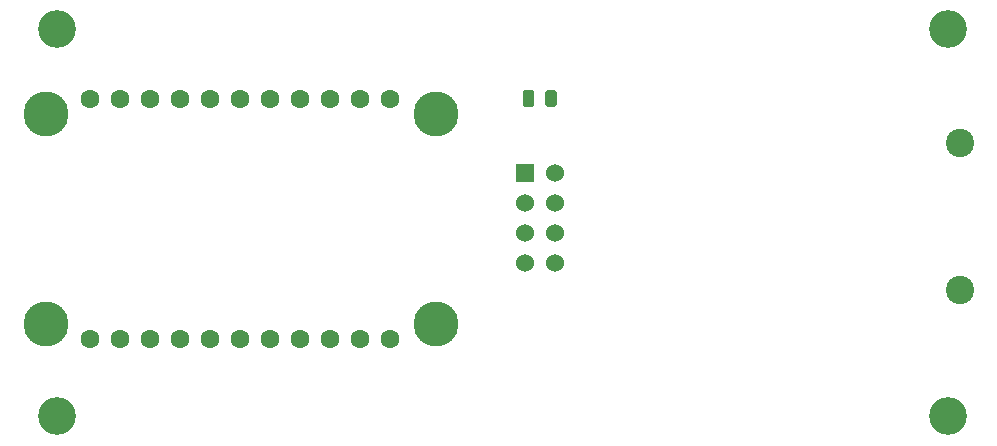
<source format=gbr>
%TF.GenerationSoftware,KiCad,Pcbnew,(5.1.8)-1*%
%TF.CreationDate,2021-03-07T23:02:04+01:00*%
%TF.ProjectId,Telemetry_receiver,54656c65-6d65-4747-9279-5f7265636569,rev?*%
%TF.SameCoordinates,Original*%
%TF.FileFunction,Soldermask,Top*%
%TF.FilePolarity,Negative*%
%FSLAX46Y46*%
G04 Gerber Fmt 4.6, Leading zero omitted, Abs format (unit mm)*
G04 Created by KiCad (PCBNEW (5.1.8)-1) date 2021-03-07 23:02:04*
%MOMM*%
%LPD*%
G01*
G04 APERTURE LIST*
%ADD10C,3.200000*%
%ADD11C,2.400000*%
%ADD12C,1.600000*%
%ADD13C,3.800000*%
%ADD14C,1.524000*%
%ADD15R,1.524000X1.524000*%
G04 APERTURE END LIST*
D10*
%TO.C, *%
X204724000Y-120904000D03*
%TD*%
%TO.C, *%
X129286000Y-120904000D03*
%TD*%
%TO.C, *%
X204724000Y-88138000D03*
%TD*%
%TO.C, *%
X129286000Y-88138000D03*
%TD*%
D11*
%TO.C, *%
X205740000Y-97790000D03*
%TD*%
%TO.C, *%
X205740000Y-110236000D03*
%TD*%
D12*
%TO.C,U1*%
X132115000Y-114345000D03*
X132115000Y-94025000D03*
X134655000Y-114345000D03*
X137195000Y-114345000D03*
X139735000Y-114345000D03*
X142275000Y-114345000D03*
X144815000Y-114345000D03*
X147355000Y-114345000D03*
X149895000Y-114345000D03*
X152435000Y-114345000D03*
X154975000Y-114345000D03*
X157515000Y-114345000D03*
X157515000Y-94025000D03*
X154975000Y-94025000D03*
X152435000Y-94025000D03*
X149895000Y-94025000D03*
X147355000Y-94025000D03*
X144815000Y-94025000D03*
X142275000Y-94025000D03*
X139735000Y-94025000D03*
X137195000Y-94025000D03*
X134655000Y-94025000D03*
D13*
X128393000Y-95295000D03*
X128393000Y-113075000D03*
X161413000Y-113075000D03*
X161413000Y-95295000D03*
%TD*%
D14*
%TO.C,U2*%
X171450000Y-107950000D03*
X168910000Y-107950000D03*
X171450000Y-105410000D03*
X168910000Y-105410000D03*
X171450000Y-102870000D03*
X168910000Y-102870000D03*
X171450000Y-100330000D03*
D15*
X168910000Y-100330000D03*
%TD*%
%TO.C,C100nF1*%
G36*
G01*
X169730000Y-93505000D02*
X169730000Y-94455000D01*
G75*
G02*
X169480000Y-94705000I-250000J0D01*
G01*
X168980000Y-94705000D01*
G75*
G02*
X168730000Y-94455000I0J250000D01*
G01*
X168730000Y-93505000D01*
G75*
G02*
X168980000Y-93255000I250000J0D01*
G01*
X169480000Y-93255000D01*
G75*
G02*
X169730000Y-93505000I0J-250000D01*
G01*
G37*
G36*
G01*
X171630000Y-93505000D02*
X171630000Y-94455000D01*
G75*
G02*
X171380000Y-94705000I-250000J0D01*
G01*
X170880000Y-94705000D01*
G75*
G02*
X170630000Y-94455000I0J250000D01*
G01*
X170630000Y-93505000D01*
G75*
G02*
X170880000Y-93255000I250000J0D01*
G01*
X171380000Y-93255000D01*
G75*
G02*
X171630000Y-93505000I0J-250000D01*
G01*
G37*
%TD*%
M02*

</source>
